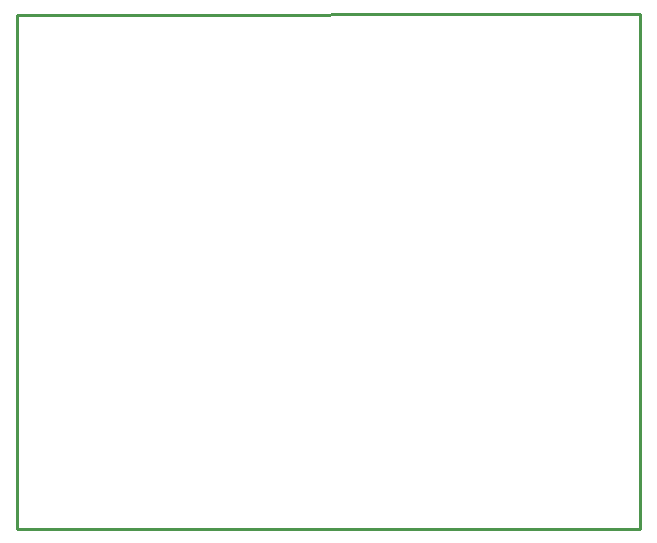
<source format=gko>
G04 Layer: BoardOutlineLayer*
G04 EasyEDA v6.5.34, 2023-08-04 19:03:51*
G04 bd8073a519a84a03b3240daa2bee514a,ed70181f279245e6aff80281ee7dc86a,10*
G04 Gerber Generator version 0.2*
G04 Scale: 100 percent, Rotated: No, Reflected: No *
G04 Dimensions in millimeters *
G04 leading zeros omitted , absolute positions ,4 integer and 5 decimal *
%FSLAX45Y45*%
%MOMM*%

%ADD10C,0.2540*%
D10*
X7124700Y4445000D02*
G01*
X12400025Y4457700D01*
X12400025Y100076D01*
X7124700Y100076D01*
X7124700Y4445000D01*

%LPD*%
M02*

</source>
